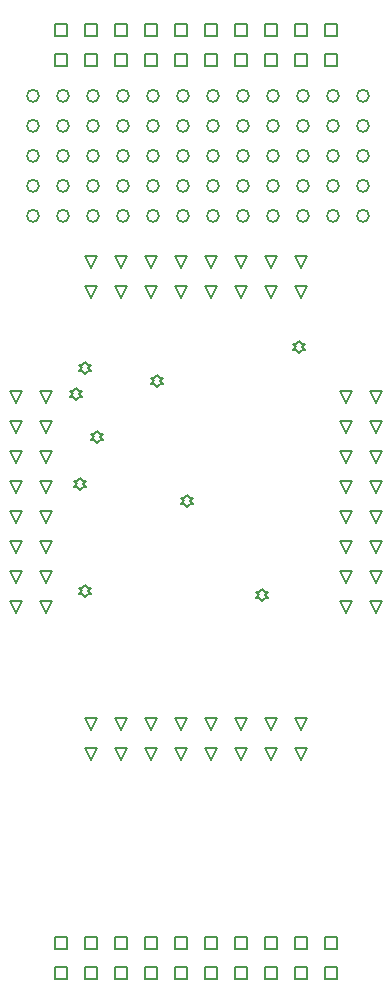
<source format=gbr>
%TF.GenerationSoftware,Altium Limited,Altium Designer,23.4.1 (23)*%
G04 Layer_Color=2752767*
%FSLAX45Y45*%
%MOMM*%
%TF.SameCoordinates,06F9E411-BB4A-4FCF-AF8D-8E7D50D0EFEC*%
%TF.FilePolarity,Positive*%
%TF.FileFunction,Drawing*%
%TF.Part,Single*%
G01*
G75*
%TA.AperFunction,NonConductor*%
%ADD29C,0.12700*%
%ADD116C,0.16933*%
D29*
X2743200Y8441200D02*
Y8542800D01*
X2844800D01*
Y8441200D01*
X2743200D01*
Y8187200D02*
Y8288800D01*
X2844800D01*
Y8187200D01*
X2743200D01*
X2489200Y8441200D02*
Y8542800D01*
X2590800D01*
Y8441200D01*
X2489200D01*
Y8187200D02*
Y8288800D01*
X2590800D01*
Y8187200D01*
X2489200D01*
X2235200Y8441200D02*
Y8542800D01*
X2336800D01*
Y8441200D01*
X2235200D01*
Y8187200D02*
Y8288800D01*
X2336800D01*
Y8187200D01*
X2235200D01*
X1981200Y8441200D02*
Y8542800D01*
X2082800D01*
Y8441200D01*
X1981200D01*
Y8187200D02*
Y8288800D01*
X2082800D01*
Y8187200D01*
X1981200D01*
X1727200Y8441200D02*
Y8542800D01*
X1828800D01*
Y8441200D01*
X1727200D01*
Y8187200D02*
Y8288800D01*
X1828800D01*
Y8187200D01*
X1727200D01*
X1473200Y8441200D02*
Y8542800D01*
X1574800D01*
Y8441200D01*
X1473200D01*
Y8187200D02*
Y8288800D01*
X1574800D01*
Y8187200D01*
X1473200D01*
X1219200Y8441200D02*
Y8542800D01*
X1320800D01*
Y8441200D01*
X1219200D01*
Y8187200D02*
Y8288800D01*
X1320800D01*
Y8187200D01*
X1219200D01*
X965200Y8441200D02*
Y8542800D01*
X1066800D01*
Y8441200D01*
X965200D01*
Y8187200D02*
Y8288800D01*
X1066800D01*
Y8187200D01*
X965200D01*
X711200Y8441200D02*
Y8542800D01*
X812800D01*
Y8441200D01*
X711200D01*
Y8187200D02*
Y8288800D01*
X812800D01*
Y8187200D01*
X711200D01*
X457200Y8441200D02*
Y8542800D01*
X558800D01*
Y8441200D01*
X457200D01*
Y8187200D02*
Y8288800D01*
X558800D01*
Y8187200D01*
X457200D01*
X2743200Y711200D02*
Y812800D01*
X2844800D01*
Y711200D01*
X2743200D01*
Y457200D02*
Y558800D01*
X2844800D01*
Y457200D01*
X2743200D01*
X2489200Y711200D02*
Y812800D01*
X2590800D01*
Y711200D01*
X2489200D01*
Y457200D02*
Y558800D01*
X2590800D01*
Y457200D01*
X2489200D01*
X2235200Y711200D02*
Y812800D01*
X2336800D01*
Y711200D01*
X2235200D01*
Y457200D02*
Y558800D01*
X2336800D01*
Y457200D01*
X2235200D01*
X1981200Y711200D02*
Y812800D01*
X2082800D01*
Y711200D01*
X1981200D01*
Y457200D02*
Y558800D01*
X2082800D01*
Y457200D01*
X1981200D01*
X1727200Y711200D02*
Y812800D01*
X1828800D01*
Y711200D01*
X1727200D01*
Y457200D02*
Y558800D01*
X1828800D01*
Y457200D01*
X1727200D01*
X1473200Y711200D02*
Y812800D01*
X1574800D01*
Y711200D01*
X1473200D01*
Y457200D02*
Y558800D01*
X1574800D01*
Y457200D01*
X1473200D01*
X1219200Y711200D02*
Y812800D01*
X1320800D01*
Y711200D01*
X1219200D01*
Y457200D02*
Y558800D01*
X1320800D01*
Y457200D01*
X1219200D01*
X965200Y711200D02*
Y812800D01*
X1066800D01*
Y711200D01*
X965200D01*
Y457200D02*
Y558800D01*
X1066800D01*
Y457200D01*
X965200D01*
X711200Y711200D02*
Y812800D01*
X812800D01*
Y711200D01*
X711200D01*
Y457200D02*
Y558800D01*
X812800D01*
Y457200D01*
X711200D01*
X457200Y711200D02*
Y812800D01*
X558800D01*
Y711200D01*
X457200D01*
Y457200D02*
Y558800D01*
X558800D01*
Y457200D01*
X457200D01*
X2539000Y6481200D02*
X2488200Y6582800D01*
X2589800D01*
X2539000Y6481200D01*
Y6227200D02*
X2488200Y6328800D01*
X2589800D01*
X2539000Y6227200D01*
X2285000Y6481200D02*
X2234200Y6582800D01*
X2335800D01*
X2285000Y6481200D01*
Y6227200D02*
X2234200Y6328800D01*
X2335800D01*
X2285000Y6227200D01*
X2031000Y6481200D02*
X1980200Y6582800D01*
X2081800D01*
X2031000Y6481200D01*
Y6227200D02*
X1980200Y6328800D01*
X2081800D01*
X2031000Y6227200D01*
X1777000Y6481200D02*
X1726200Y6582800D01*
X1827800D01*
X1777000Y6481200D01*
Y6227200D02*
X1726200Y6328800D01*
X1827800D01*
X1777000Y6227200D01*
X1523000Y6481200D02*
X1472200Y6582800D01*
X1573800D01*
X1523000Y6481200D01*
Y6227200D02*
X1472200Y6328800D01*
X1573800D01*
X1523000Y6227200D01*
X1269000Y6481200D02*
X1218200Y6582800D01*
X1319800D01*
X1269000Y6481200D01*
Y6227200D02*
X1218200Y6328800D01*
X1319800D01*
X1269000Y6227200D01*
X1015000Y6481200D02*
X964200Y6582800D01*
X1065800D01*
X1015000Y6481200D01*
Y6227200D02*
X964200Y6328800D01*
X1065800D01*
X1015000Y6227200D01*
X761000Y6481200D02*
X710200Y6582800D01*
X811800D01*
X761000Y6481200D01*
Y6227200D02*
X710200Y6328800D01*
X811800D01*
X761000Y6227200D01*
Y2317200D02*
X710200Y2418800D01*
X811800D01*
X761000Y2317200D01*
Y2571200D02*
X710200Y2672800D01*
X811800D01*
X761000Y2571200D01*
X1015000Y2317200D02*
X964200Y2418800D01*
X1065800D01*
X1015000Y2317200D01*
Y2571200D02*
X964200Y2672800D01*
X1065800D01*
X1015000Y2571200D01*
X1269000Y2317200D02*
X1218200Y2418800D01*
X1319800D01*
X1269000Y2317200D01*
Y2571200D02*
X1218200Y2672800D01*
X1319800D01*
X1269000Y2571200D01*
X1523000Y2317200D02*
X1472200Y2418800D01*
X1573800D01*
X1523000Y2317200D01*
Y2571200D02*
X1472200Y2672800D01*
X1573800D01*
X1523000Y2571200D01*
X1777000Y2317200D02*
X1726200Y2418800D01*
X1827800D01*
X1777000Y2317200D01*
Y2571200D02*
X1726200Y2672800D01*
X1827800D01*
X1777000Y2571200D01*
X2031000Y2317200D02*
X1980200Y2418800D01*
X2081800D01*
X2031000Y2317200D01*
Y2571200D02*
X1980200Y2672800D01*
X2081800D01*
X2031000Y2571200D01*
X2285000Y2317200D02*
X2234200Y2418800D01*
X2335800D01*
X2285000Y2317200D01*
Y2571200D02*
X2234200Y2672800D01*
X2335800D01*
X2285000Y2571200D01*
X2539000Y2317200D02*
X2488200Y2418800D01*
X2589800D01*
X2539000Y2317200D01*
Y2571200D02*
X2488200Y2672800D01*
X2589800D01*
X2539000Y2571200D01*
X3173000Y3560200D02*
X3122200Y3661800D01*
X3223800D01*
X3173000Y3560200D01*
X2919000D02*
X2868200Y3661800D01*
X2969800D01*
X2919000Y3560200D01*
X3173000Y3814200D02*
X3122200Y3915800D01*
X3223800D01*
X3173000Y3814200D01*
X2919000D02*
X2868200Y3915800D01*
X2969800D01*
X2919000Y3814200D01*
X3173000Y4068200D02*
X3122200Y4169800D01*
X3223800D01*
X3173000Y4068200D01*
X2919000D02*
X2868200Y4169800D01*
X2969800D01*
X2919000Y4068200D01*
X3173000Y4322200D02*
X3122200Y4423800D01*
X3223800D01*
X3173000Y4322200D01*
X2919000D02*
X2868200Y4423800D01*
X2969800D01*
X2919000Y4322200D01*
X3173000Y4576200D02*
X3122200Y4677800D01*
X3223800D01*
X3173000Y4576200D01*
X2919000D02*
X2868200Y4677800D01*
X2969800D01*
X2919000Y4576200D01*
X3173000Y4830200D02*
X3122200Y4931800D01*
X3223800D01*
X3173000Y4830200D01*
X2919000D02*
X2868200Y4931800D01*
X2969800D01*
X2919000Y4830200D01*
X3173000Y5084200D02*
X3122200Y5185800D01*
X3223800D01*
X3173000Y5084200D01*
X2919000D02*
X2868200Y5185800D01*
X2969800D01*
X2919000Y5084200D01*
X3173000Y5338200D02*
X3122200Y5439800D01*
X3223800D01*
X3173000Y5338200D01*
X2919000D02*
X2868200Y5439800D01*
X2969800D01*
X2919000Y5338200D01*
X127000D02*
X76200Y5439800D01*
X177800D01*
X127000Y5338200D01*
X381000D02*
X330200Y5439800D01*
X431800D01*
X381000Y5338200D01*
X127000Y5084200D02*
X76200Y5185800D01*
X177800D01*
X127000Y5084200D01*
X381000D02*
X330200Y5185800D01*
X431800D01*
X381000Y5084200D01*
X127000Y4830200D02*
X76200Y4931800D01*
X177800D01*
X127000Y4830200D01*
X381000D02*
X330200Y4931800D01*
X431800D01*
X381000Y4830200D01*
X127000Y4576200D02*
X76200Y4677800D01*
X177800D01*
X127000Y4576200D01*
X381000D02*
X330200Y4677800D01*
X431800D01*
X381000Y4576200D01*
X127000Y4322200D02*
X76200Y4423800D01*
X177800D01*
X127000Y4322200D01*
X381000D02*
X330200Y4423800D01*
X431800D01*
X381000Y4322200D01*
X127000Y4068200D02*
X76200Y4169800D01*
X177800D01*
X127000Y4068200D01*
X381000D02*
X330200Y4169800D01*
X431800D01*
X381000Y4068200D01*
X127000Y3814200D02*
X76200Y3915800D01*
X177800D01*
X127000Y3814200D01*
X381000D02*
X330200Y3915800D01*
X431800D01*
X381000Y3814200D01*
X127000Y3560200D02*
X76200Y3661800D01*
X177800D01*
X127000Y3560200D01*
X381000D02*
X330200Y3661800D01*
X431800D01*
X381000Y3560200D01*
X1571625Y4457700D02*
X1597025Y4483100D01*
X1622425D01*
X1597025Y4508500D01*
X1622425Y4533900D01*
X1597025D01*
X1571625Y4559300D01*
X1546225Y4533900D01*
X1520825D01*
X1546225Y4508500D01*
X1520825Y4483100D01*
X1546225D01*
X1571625Y4457700D01*
X1317625Y5473700D02*
X1343025Y5499100D01*
X1368425D01*
X1343025Y5524500D01*
X1368425Y5549900D01*
X1343025D01*
X1317625Y5575300D01*
X1292225Y5549900D01*
X1266825D01*
X1292225Y5524500D01*
X1266825Y5499100D01*
X1292225D01*
X1317625Y5473700D01*
X2206625Y3663950D02*
X2232025Y3689350D01*
X2257425D01*
X2232025Y3714750D01*
X2257425Y3740150D01*
X2232025D01*
X2206625Y3765550D01*
X2181225Y3740150D01*
X2155825D01*
X2181225Y3714750D01*
X2155825Y3689350D01*
X2181225D01*
X2206625Y3663950D01*
X714375Y3695700D02*
X739775Y3721100D01*
X765175D01*
X739775Y3746500D01*
X765175Y3771900D01*
X739775D01*
X714375Y3797300D01*
X688975Y3771900D01*
X663575D01*
X688975Y3746500D01*
X663575Y3721100D01*
X688975D01*
X714375Y3695700D01*
X635000Y5362575D02*
X660400Y5387975D01*
X685800D01*
X660400Y5413375D01*
X685800Y5438775D01*
X660400D01*
X635000Y5464175D01*
X609600Y5438775D01*
X584200D01*
X609600Y5413375D01*
X584200Y5387975D01*
X609600D01*
X635000Y5362575D01*
X809625Y4997450D02*
X835025Y5022850D01*
X860425D01*
X835025Y5048250D01*
X860425Y5073650D01*
X835025D01*
X809625Y5099050D01*
X784225Y5073650D01*
X758825D01*
X784225Y5048250D01*
X758825Y5022850D01*
X784225D01*
X809625Y4997450D01*
X2524125Y5759450D02*
X2549525Y5784850D01*
X2574925D01*
X2549525Y5810250D01*
X2574925Y5835650D01*
X2549525D01*
X2524125Y5861050D01*
X2498725Y5835650D01*
X2473325D01*
X2498725Y5810250D01*
X2473325Y5784850D01*
X2498725D01*
X2524125Y5759450D01*
X666750Y4600575D02*
X692150Y4625975D01*
X717550D01*
X692150Y4651375D01*
X717550Y4676775D01*
X692150D01*
X666750Y4702175D01*
X641350Y4676775D01*
X615950D01*
X641350Y4651375D01*
X615950Y4625975D01*
X641350D01*
X666750Y4600575D01*
X714375Y5584825D02*
X739775Y5610225D01*
X765175D01*
X739775Y5635625D01*
X765175Y5661025D01*
X739775D01*
X714375Y5686425D01*
X688975Y5661025D01*
X663575D01*
X688975Y5635625D01*
X663575Y5610225D01*
X688975D01*
X714375Y5584825D01*
D116*
X2606675Y6921500D02*
G03*
X2606675Y6921500I-50800J0D01*
G01*
X2352675D02*
G03*
X2352675Y6921500I-50800J0D01*
G01*
X2860675D02*
G03*
X2860675Y6921500I-50800J0D01*
G01*
X3114675D02*
G03*
X3114675Y6921500I-50800J0D01*
G01*
X1590675D02*
G03*
X1590675Y6921500I-50800J0D01*
G01*
X1844675D02*
G03*
X1844675Y6921500I-50800J0D01*
G01*
X2098675D02*
G03*
X2098675Y6921500I-50800J0D01*
G01*
X1336675D02*
G03*
X1336675Y6921500I-50800J0D01*
G01*
X828675D02*
G03*
X828675Y6921500I-50800J0D01*
G01*
X574675D02*
G03*
X574675Y6921500I-50800J0D01*
G01*
X1082675D02*
G03*
X1082675Y6921500I-50800J0D01*
G01*
X320675D02*
G03*
X320675Y6921500I-50800J0D01*
G01*
X2606675Y7175500D02*
G03*
X2606675Y7175500I-50800J0D01*
G01*
X2352675D02*
G03*
X2352675Y7175500I-50800J0D01*
G01*
X2860675D02*
G03*
X2860675Y7175500I-50800J0D01*
G01*
X3114675D02*
G03*
X3114675Y7175500I-50800J0D01*
G01*
X1590675D02*
G03*
X1590675Y7175500I-50800J0D01*
G01*
X1844675D02*
G03*
X1844675Y7175500I-50800J0D01*
G01*
X2098675D02*
G03*
X2098675Y7175500I-50800J0D01*
G01*
X1336675D02*
G03*
X1336675Y7175500I-50800J0D01*
G01*
X828675D02*
G03*
X828675Y7175500I-50800J0D01*
G01*
X574675D02*
G03*
X574675Y7175500I-50800J0D01*
G01*
X1082675D02*
G03*
X1082675Y7175500I-50800J0D01*
G01*
X320675D02*
G03*
X320675Y7175500I-50800J0D01*
G01*
Y7429500D02*
G03*
X320675Y7429500I-50800J0D01*
G01*
X1082675D02*
G03*
X1082675Y7429500I-50800J0D01*
G01*
X574675D02*
G03*
X574675Y7429500I-50800J0D01*
G01*
X828675D02*
G03*
X828675Y7429500I-50800J0D01*
G01*
X1336675D02*
G03*
X1336675Y7429500I-50800J0D01*
G01*
X2098675D02*
G03*
X2098675Y7429500I-50800J0D01*
G01*
X1844675D02*
G03*
X1844675Y7429500I-50800J0D01*
G01*
X1590675D02*
G03*
X1590675Y7429500I-50800J0D01*
G01*
X3114675D02*
G03*
X3114675Y7429500I-50800J0D01*
G01*
X2860675D02*
G03*
X2860675Y7429500I-50800J0D01*
G01*
X2352675D02*
G03*
X2352675Y7429500I-50800J0D01*
G01*
X2606675D02*
G03*
X2606675Y7429500I-50800J0D01*
G01*
X2352675Y7937500D02*
G03*
X2352675Y7937500I-50800J0D01*
G01*
Y7683500D02*
G03*
X2352675Y7683500I-50800J0D01*
G01*
X2606675D02*
G03*
X2606675Y7683500I-50800J0D01*
G01*
Y7937500D02*
G03*
X2606675Y7937500I-50800J0D01*
G01*
X3114675D02*
G03*
X3114675Y7937500I-50800J0D01*
G01*
Y7683500D02*
G03*
X3114675Y7683500I-50800J0D01*
G01*
X2860675D02*
G03*
X2860675Y7683500I-50800J0D01*
G01*
Y7937500D02*
G03*
X2860675Y7937500I-50800J0D01*
G01*
X1336675D02*
G03*
X1336675Y7937500I-50800J0D01*
G01*
Y7683500D02*
G03*
X1336675Y7683500I-50800J0D01*
G01*
X1590675D02*
G03*
X1590675Y7683500I-50800J0D01*
G01*
Y7937500D02*
G03*
X1590675Y7937500I-50800J0D01*
G01*
X2098675D02*
G03*
X2098675Y7937500I-50800J0D01*
G01*
Y7683500D02*
G03*
X2098675Y7683500I-50800J0D01*
G01*
X1844675D02*
G03*
X1844675Y7683500I-50800J0D01*
G01*
Y7937500D02*
G03*
X1844675Y7937500I-50800J0D01*
G01*
X828675D02*
G03*
X828675Y7937500I-50800J0D01*
G01*
Y7683500D02*
G03*
X828675Y7683500I-50800J0D01*
G01*
X1082675D02*
G03*
X1082675Y7683500I-50800J0D01*
G01*
Y7937500D02*
G03*
X1082675Y7937500I-50800J0D01*
G01*
X574675D02*
G03*
X574675Y7937500I-50800J0D01*
G01*
Y7683500D02*
G03*
X574675Y7683500I-50800J0D01*
G01*
X320675D02*
G03*
X320675Y7683500I-50800J0D01*
G01*
Y7937500D02*
G03*
X320675Y7937500I-50800J0D01*
G01*
%TF.MD5,f3551cb37ab7bd769a253ca525ac7739*%
M02*

</source>
